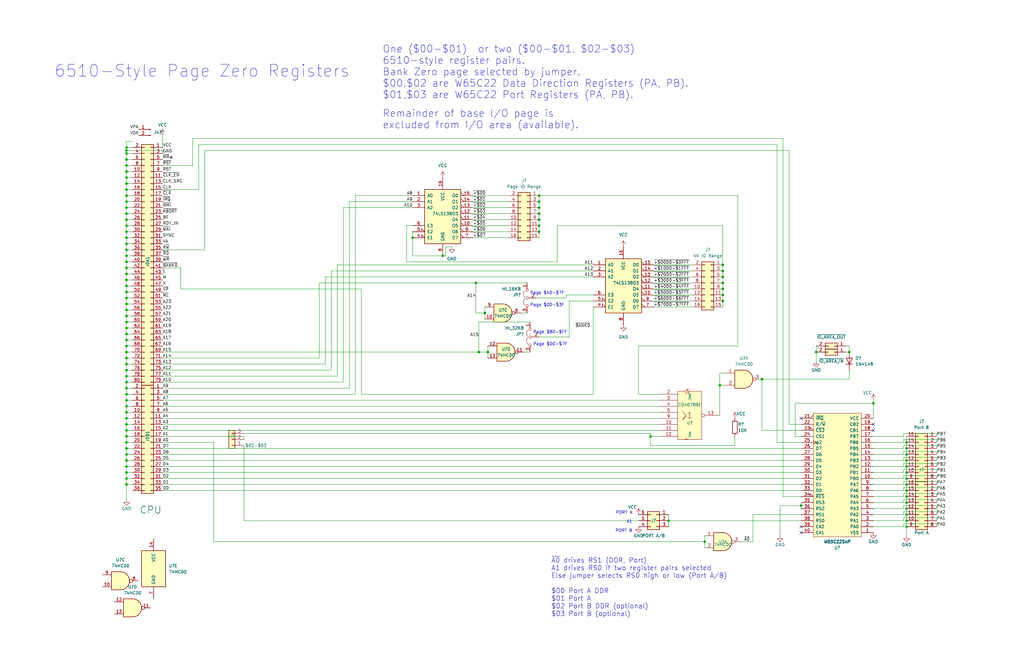
<source format=kicad_sch>
(kicad_sch (version 20230121) (generator eeschema)
  (paper "B")
  (junction (at 53.34 97.79))
  (junction (at 53.34 110.49))
  (junction (at 382.27 209.55))
  (junction (at 382.27 214.63))
  (junction (at 382.27 194.31))
  (junction (at 382.27 199.39))
  (junction (at 321.31 160.02))
  (junction (at 382.27 207.01))
  (junction (at 53.34 151.13))
  (junction (at 53.34 62.23))
  (junction (at 53.34 80.01))
  (junction (at 53.34 196.85))
  (junction (at 382.27 204.47))
  (junction (at 227.33 95.25))
  (junction (at 297.18 228.6))
  (junction (at 304.8 124.46))
  (junction (at 53.34 189.23))
  (junction (at 53.34 64.77))
  (junction (at 53.34 173.99))
  (junction (at 53.34 158.75))
  (junction (at 227.33 92.71))
  (junction (at 53.34 130.81))
  (junction (at 53.34 186.69))
  (junction (at 53.34 123.19))
  (junction (at 227.33 90.17))
  (junction (at 368.3 170.18))
  (junction (at 344.17 148.59))
  (junction (at 281.94 219.71))
  (junction (at 382.27 186.69))
  (junction (at 53.34 82.55))
  (junction (at 53.34 143.51))
  (junction (at 200.66 119.38))
  (junction (at 53.34 105.41))
  (junction (at 337.82 213.36))
  (junction (at 53.34 133.35))
  (junction (at 53.34 138.43))
  (junction (at 53.34 90.17))
  (junction (at 53.34 163.83))
  (junction (at 205.74 148.59))
  (junction (at 53.34 161.29))
  (junction (at 382.27 201.93))
  (junction (at 53.34 120.65))
  (junction (at 53.34 67.31))
  (junction (at 53.34 153.67))
  (junction (at 53.34 191.77))
  (junction (at 382.27 222.25))
  (junction (at 227.33 97.79))
  (junction (at 53.34 74.93))
  (junction (at 53.34 95.25))
  (junction (at 53.34 69.85))
  (junction (at 53.34 77.47))
  (junction (at 53.34 102.87))
  (junction (at 53.34 87.63))
  (junction (at 53.34 85.09))
  (junction (at 201.93 148.59))
  (junction (at 53.34 204.47))
  (junction (at 186.69 107.95))
  (junction (at 53.34 113.03))
  (junction (at 53.34 199.39))
  (junction (at 53.34 201.93))
  (junction (at 53.34 63.5))
  (junction (at 53.34 146.05))
  (junction (at 53.34 156.21))
  (junction (at 227.33 82.55))
  (junction (at 227.33 87.63))
  (junction (at 53.34 125.73))
  (junction (at 53.34 148.59))
  (junction (at 274.32 184.15))
  (junction (at 53.34 135.89))
  (junction (at 53.34 176.53))
  (junction (at 304.8 121.92))
  (junction (at 53.34 166.37))
  (junction (at 304.8 127))
  (junction (at 53.34 168.91))
  (junction (at 53.34 72.39))
  (junction (at 304.8 116.84))
  (junction (at 53.34 115.57))
  (junction (at 53.34 100.33))
  (junction (at 53.34 181.61))
  (junction (at 303.53 162.56))
  (junction (at 382.27 212.09))
  (junction (at 358.14 148.59))
  (junction (at 53.34 184.15))
  (junction (at 53.34 118.11))
  (junction (at 204.47 132.08))
  (junction (at 53.34 92.71))
  (junction (at 53.34 171.45))
  (junction (at 53.34 179.07))
  (junction (at 382.27 219.71))
  (junction (at 173.99 100.33))
  (junction (at 53.34 140.97))
  (junction (at 53.34 194.31))
  (junction (at 382.27 189.23))
  (junction (at 304.8 119.38))
  (junction (at 382.27 191.77))
  (junction (at 304.8 111.76))
  (junction (at 304.8 114.3))
  (junction (at 382.27 217.17))
  (junction (at 227.33 85.09))
  (junction (at 53.34 107.95))
  (junction (at 382.27 196.85))
  (junction (at 53.34 128.27))
  (no_connect (at 368.3 181.61))
  (no_connect (at 337.82 224.79))
  (no_connect (at 337.82 176.53))
  (no_connect (at 368.3 179.07))
  (no_connect (at 337.82 222.25))
  (wire (pts (xy 219.71 132.08) (xy 222.25 132.08)))
  (wire (pts (xy 68.58 153.67) (xy 137.16 153.67)))
  (wire (pts (xy 139.7 114.3) (xy 139.7 156.21)))
  (wire (pts (xy 53.34 201.93) (xy 53.34 204.47)))
  (wire (pts (xy 381 204.47) (xy 381 203.2)))
  (wire (pts (xy 53.34 95.25) (xy 53.34 97.79)))
  (wire (pts (xy 227.33 142.24) (xy 240.03 142.24)))
  (wire (pts (xy 53.34 77.47) (xy 55.88 77.47)))
  (wire (pts (xy 53.34 63.5) (xy 53.34 64.77)))
  (wire (pts (xy 68.58 168.91) (xy 278.13 168.91)))
  (wire (pts (xy 381 195.58) (xy 394.97 195.58)))
  (wire (pts (xy 53.34 92.71) (xy 53.34 95.25)))
  (wire (pts (xy 381 213.36) (xy 394.97 213.36)))
  (wire (pts (xy 381 201.93) (xy 381 200.66)))
  (wire (pts (xy 381 186.69) (xy 381 185.42)))
  (wire (pts (xy 53.34 62.23) (xy 55.88 62.23)))
  (wire (pts (xy 304.8 121.92) (xy 304.8 124.46)))
  (wire (pts (xy 53.34 110.49) (xy 53.34 113.03)))
  (wire (pts (xy 381 207.01) (xy 381 205.74)))
  (wire (pts (xy 53.34 210.82) (xy 53.34 204.47)))
  (wire (pts (xy 238.76 124.46) (xy 250.19 124.46)))
  (wire (pts (xy 53.34 133.35) (xy 55.88 133.35)))
  (wire (pts (xy 292.1 121.92) (xy 275.59 121.92)))
  (wire (pts (xy 381 191.77) (xy 381 190.5)))
  (wire (pts (xy 368.3 222.25) (xy 381 222.25)))
  (wire (pts (xy 53.34 173.99) (xy 55.88 173.99)))
  (wire (pts (xy 53.34 72.39) (xy 53.34 74.93)))
  (wire (pts (xy 214.63 85.09) (xy 199.39 85.09)))
  (wire (pts (xy 200.66 119.38) (xy 200.66 132.08)))
  (wire (pts (xy 68.58 191.77) (xy 337.82 191.77)))
  (wire (pts (xy 53.34 194.31) (xy 55.88 194.31)))
  (wire (pts (xy 328.93 213.36) (xy 337.82 213.36)))
  (wire (pts (xy 303.53 162.56) (xy 303.53 175.26)))
  (wire (pts (xy 53.34 115.57) (xy 53.34 118.11)))
  (wire (pts (xy 292.1 127) (xy 275.59 127)))
  (wire (pts (xy 394.97 215.9) (xy 394.97 217.17)))
  (wire (pts (xy 381 219.71) (xy 381 218.44)))
  (wire (pts (xy 76.2 121.92) (xy 76.2 113.03)))
  (wire (pts (xy 394.97 208.28) (xy 394.97 209.55)))
  (wire (pts (xy 53.34 133.35) (xy 53.34 135.89)))
  (wire (pts (xy 53.34 113.03) (xy 55.88 113.03)))
  (wire (pts (xy 53.34 179.07) (xy 55.88 179.07)))
  (wire (pts (xy 53.34 204.47) (xy 55.88 204.47)))
  (wire (pts (xy 381 222.25) (xy 381 220.98)))
  (wire (pts (xy 306.07 162.56) (xy 303.53 162.56)))
  (wire (pts (xy 68.58 207.01) (xy 337.82 207.01)))
  (wire (pts (xy 311.15 82.55) (xy 311.15 146.05)))
  (wire (pts (xy 381 196.85) (xy 381 195.58)))
  (wire (pts (xy 394.97 195.58) (xy 394.97 196.85)))
  (wire (pts (xy 139.7 114.3) (xy 250.19 114.3)))
  (wire (pts (xy 205.74 148.59) (xy 205.74 151.13)))
  (wire (pts (xy 381 200.66) (xy 394.97 200.66)))
  (wire (pts (xy 53.34 201.93) (xy 55.88 201.93)))
  (wire (pts (xy 139.7 156.21) (xy 68.58 156.21)))
  (wire (pts (xy 68.58 194.31) (xy 337.82 194.31)))
  (wire (pts (xy 102.87 182.88) (xy 274.32 182.88)))
  (wire (pts (xy 53.34 110.49) (xy 55.88 110.49)))
  (wire (pts (xy 200.66 119.38) (xy 134.62 119.38)))
  (wire (pts (xy 186.69 107.95) (xy 173.99 107.95)))
  (wire (pts (xy 394.97 218.44) (xy 394.97 219.71)))
  (wire (pts (xy 234.95 95.25) (xy 234.95 110.49)))
  (wire (pts (xy 227.33 90.17) (xy 227.33 92.71)))
  (wire (pts (xy 53.34 95.25) (xy 55.88 95.25)))
  (wire (pts (xy 381 189.23) (xy 381 187.96)))
  (wire (pts (xy 90.17 186.69) (xy 90.17 228.6)))
  (wire (pts (xy 53.34 92.71) (xy 55.88 92.71)))
  (wire (pts (xy 327.66 60.96) (xy 327.66 186.69)))
  (wire (pts (xy 274.32 184.15) (xy 278.13 184.15)))
  (wire (pts (xy 53.34 87.63) (xy 53.34 90.17)))
  (wire (pts (xy 381 198.12) (xy 394.97 198.12)))
  (wire (pts (xy 368.3 168.91) (xy 368.3 170.18)))
  (wire (pts (xy 330.2 58.42) (xy 330.2 209.55)))
  (wire (pts (xy 144.78 87.63) (xy 144.78 161.29)))
  (wire (pts (xy 381 182.88) (xy 394.97 182.88)))
  (wire (pts (xy 368.3 217.17) (xy 381 217.17)))
  (wire (pts (xy 381 193.04) (xy 394.97 193.04)))
  (wire (pts (xy 53.34 130.81) (xy 55.88 130.81)))
  (wire (pts (xy 53.34 85.09) (xy 55.88 85.09)))
  (wire (pts (xy 53.34 120.65) (xy 53.34 123.19)))
  (wire (pts (xy 368.3 189.23) (xy 381 189.23)))
  (wire (pts (xy 368.3 209.55) (xy 381 209.55)))
  (wire (pts (xy 68.58 179.07) (xy 278.13 179.07)))
  (wire (pts (xy 382.27 222.25) (xy 382.27 226.06)))
  (wire (pts (xy 227.33 97.79) (xy 227.33 100.33)))
  (wire (pts (xy 394.97 187.96) (xy 394.97 189.23)))
  (wire (pts (xy 382.27 191.77) (xy 382.27 194.31)))
  (wire (pts (xy 144.78 161.29) (xy 68.58 161.29)))
  (wire (pts (xy 382.27 204.47) (xy 382.27 207.01)))
  (wire (pts (xy 394.97 213.36) (xy 394.97 214.63)))
  (wire (pts (xy 201.93 148.59) (xy 205.74 148.59)))
  (wire (pts (xy 68.58 186.69) (xy 90.17 186.69)))
  (wire (pts (xy 368.3 191.77) (xy 381 191.77)))
  (wire (pts (xy 149.86 82.55) (xy 149.86 166.37)))
  (wire (pts (xy 368.3 204.47) (xy 381 204.47)))
  (wire (pts (xy 394.97 210.82) (xy 394.97 212.09)))
  (wire (pts (xy 53.34 181.61) (xy 53.34 184.15)))
  (wire (pts (xy 53.34 166.37) (xy 55.88 166.37)))
  (wire (pts (xy 337.82 213.36) (xy 337.82 214.63)))
  (wire (pts (xy 281.94 219.71) (xy 281.94 222.25)))
  (wire (pts (xy 368.3 199.39) (xy 381 199.39)))
  (wire (pts (xy 321.31 160.02) (xy 358.14 160.02)))
  (wire (pts (xy 292.1 111.76) (xy 275.59 111.76)))
  (wire (pts (xy 53.34 67.31) (xy 53.34 69.85)))
  (wire (pts (xy 309.88 187.96) (xy 274.32 187.96)))
  (wire (pts (xy 337.82 184.15) (xy 335.28 184.15)))
  (wire (pts (xy 53.34 173.99) (xy 53.34 176.53)))
  (wire (pts (xy 137.16 116.84) (xy 250.19 116.84)))
  (wire (pts (xy 53.34 135.89) (xy 53.34 138.43)))
  (wire (pts (xy 382.27 212.09) (xy 382.27 214.63)))
  (wire (pts (xy 321.31 160.02) (xy 321.31 181.61)))
  (wire (pts (xy 204.47 132.08) (xy 204.47 129.54)))
  (wire (pts (xy 53.34 189.23) (xy 55.88 189.23)))
  (wire (pts (xy 201.93 135.89) (xy 201.93 148.59)))
  (wire (pts (xy 81.28 58.42) (xy 330.2 58.42)))
  (wire (pts (xy 381 217.17) (xy 381 215.9)))
  (wire (pts (xy 358.14 148.59) (xy 358.14 146.05)))
  (wire (pts (xy 86.36 63.5) (xy 86.36 105.41)))
  (wire (pts (xy 214.63 82.55) (xy 199.39 82.55)))
  (wire (pts (xy 53.34 102.87) (xy 55.88 102.87)))
  (wire (pts (xy 274.32 182.88) (xy 274.32 184.15)))
  (wire (pts (xy 381 203.2) (xy 394.97 203.2)))
  (wire (pts (xy 53.34 171.45) (xy 55.88 171.45)))
  (wire (pts (xy 292.1 124.46) (xy 275.59 124.46)))
  (wire (pts (xy 358.14 146.05) (xy 356.87 146.05)))
  (wire (pts (xy 220.98 148.59) (xy 223.52 148.59)))
  (wire (pts (xy 53.34 161.29) (xy 53.34 163.83)))
  (wire (pts (xy 53.34 140.97) (xy 55.88 140.97)))
  (wire (pts (xy 381 208.28) (xy 394.97 208.28)))
  (wire (pts (xy 269.24 166.37) (xy 278.13 166.37)))
  (wire (pts (xy 53.34 166.37) (xy 53.34 168.91)))
  (wire (pts (xy 53.34 135.89) (xy 55.88 135.89)))
  (wire (pts (xy 304.8 127) (xy 304.8 129.54)))
  (wire (pts (xy 53.34 64.77) (xy 55.88 64.77)))
  (wire (pts (xy 321.31 181.61) (xy 337.82 181.61)))
  (wire (pts (xy 53.34 161.29) (xy 55.88 161.29)))
  (wire (pts (xy 381 187.96) (xy 394.97 187.96)))
  (wire (pts (xy 102.87 187.96) (xy 102.87 219.71)))
  (wire (pts (xy 68.58 189.23) (xy 337.82 189.23)))
  (wire (pts (xy 250.19 129.54) (xy 250.19 166.37)))
  (wire (pts (xy 53.34 80.01) (xy 53.34 82.55)))
  (wire (pts (xy 317.5 228.6) (xy 317.5 217.17)))
  (wire (pts (xy 297.18 228.6) (xy 297.18 231.14)))
  (wire (pts (xy 190.5 104.14) (xy 187.96 104.14)))
  (wire (pts (xy 53.34 138.43) (xy 53.34 140.97)))
  (wire (pts (xy 335.28 184.15) (xy 335.28 170.18)))
  (wire (pts (xy 53.34 199.39) (xy 55.88 199.39)))
  (wire (pts (xy 227.33 87.63) (xy 227.33 90.17)))
  (wire (pts (xy 134.62 151.13) (xy 68.58 151.13)))
  (wire (pts (xy 382.27 207.01) (xy 382.27 209.55)))
  (wire (pts (xy 328.93 226.06) (xy 328.93 213.36)))
  (wire (pts (xy 53.34 87.63) (xy 55.88 87.63)))
  (wire (pts (xy 53.34 148.59) (xy 55.88 148.59)))
  (wire (pts (xy 53.34 184.15) (xy 55.88 184.15)))
  (wire (pts (xy 394.97 190.5) (xy 394.97 191.77)))
  (wire (pts (xy 53.34 143.51) (xy 55.88 143.51)))
  (wire (pts (xy 200.66 119.38) (xy 222.25 119.38)))
  (wire (pts (xy 332.74 63.5) (xy 86.36 63.5)))
  (wire (pts (xy 53.34 97.79) (xy 55.88 97.79)))
  (wire (pts (xy 250.19 166.37) (xy 152.4 166.37)))
  (wire (pts (xy 53.34 80.01) (xy 55.88 80.01)))
  (wire (pts (xy 53.34 191.77) (xy 53.34 194.31)))
  (wire (pts (xy 382.27 196.85) (xy 382.27 199.39)))
  (wire (pts (xy 53.34 163.83) (xy 55.88 163.83)))
  (wire (pts (xy 227.33 85.09) (xy 227.33 87.63)))
  (wire (pts (xy 53.34 189.23) (xy 53.34 191.77)))
  (wire (pts (xy 53.34 100.33) (xy 53.34 102.87)))
  (wire (pts (xy 53.34 82.55) (xy 55.88 82.55)))
  (wire (pts (xy 382.27 186.69) (xy 382.27 189.23)))
  (wire (pts (xy 68.58 64.77) (xy 68.58 63.5)))
  (wire (pts (xy 394.97 198.12) (xy 394.97 199.39)))
  (wire (pts (xy 304.8 116.84) (xy 304.8 119.38)))
  (wire (pts (xy 394.97 193.04) (xy 394.97 194.31)))
  (wire (pts (xy 171.45 95.25) (xy 173.99 95.25)))
  (wire (pts (xy 292.1 116.84) (xy 275.59 116.84)))
  (wire (pts (xy 381 214.63) (xy 381 213.36)))
  (wire (pts (xy 53.34 153.67) (xy 53.34 156.21)))
  (wire (pts (xy 381 199.39) (xy 381 198.12)))
  (wire (pts (xy 292.1 119.38) (xy 275.59 119.38)))
  (wire (pts (xy 330.2 209.55) (xy 337.82 209.55)))
  (wire (pts (xy 53.34 143.51) (xy 53.34 146.05)))
  (wire (pts (xy 292.1 114.3) (xy 275.59 114.3)))
  (wire (pts (xy 53.34 77.47) (xy 53.34 80.01)))
  (wire (pts (xy 382.27 217.17) (xy 382.27 219.71)))
  (wire (pts (xy 382.27 214.63) (xy 382.27 217.17)))
  (wire (pts (xy 53.34 85.09) (xy 53.34 87.63)))
  (wire (pts (xy 53.34 74.93) (xy 53.34 77.47)))
  (wire (pts (xy 368.3 196.85) (xy 381 196.85)))
  (wire (pts (xy 394.97 205.74) (xy 394.97 207.01)))
  (wire (pts (xy 358.14 160.02) (xy 358.14 156.21)))
  (wire (pts (xy 53.34 59.69) (xy 55.88 59.69)))
  (wire (pts (xy 381 184.15) (xy 381 182.88)))
  (wire (pts (xy 303.53 157.48) (xy 306.07 157.48)))
  (wire (pts (xy 53.34 125.73) (xy 53.34 128.27)))
  (wire (pts (xy 55.88 74.93) (xy 53.34 74.93)))
  (wire (pts (xy 53.34 64.77) (xy 53.34 67.31)))
  (wire (pts (xy 234.95 110.49) (xy 171.45 110.49)))
  (wire (pts (xy 53.34 156.21) (xy 53.34 158.75)))
  (wire (pts (xy 227.33 95.25) (xy 227.33 97.79)))
  (wire (pts (xy 81.28 58.42) (xy 81.28 69.85)))
  (wire (pts (xy 201.93 135.89) (xy 223.52 135.89)))
  (wire (pts (xy 187.96 104.14) (xy 187.96 107.95)))
  (wire (pts (xy 68.58 196.85) (xy 337.82 196.85)))
  (wire (pts (xy 358.14 148.59) (xy 356.87 148.59)))
  (wire (pts (xy 53.34 179.07) (xy 53.34 181.61)))
  (wire (pts (xy 83.82 60.96) (xy 83.82 80.01)))
  (wire (pts (xy 53.34 130.81) (xy 53.34 133.35)))
  (wire (pts (xy 53.34 158.75) (xy 53.34 161.29)))
  (wire (pts (xy 368.3 186.69) (xy 381 186.69)))
  (wire (pts (xy 381 218.44) (xy 394.97 218.44)))
  (wire (pts (xy 90.17 228.6) (xy 297.18 228.6)))
  (wire (pts (xy 53.34 146.05) (xy 55.88 146.05)))
  (wire (pts (xy 53.34 148.59) (xy 53.34 151.13)))
  (wire (pts (xy 368.3 219.71) (xy 381 219.71)))
  (wire (pts (xy 53.34 67.31) (xy 55.88 67.31)))
  (wire (pts (xy 368.3 214.63) (xy 381 214.63)))
  (wire (pts (xy 142.24 111.76) (xy 250.19 111.76)))
  (wire (pts (xy 240.03 142.24) (xy 240.03 127)))
  (wire (pts (xy 53.34 115.57) (xy 55.88 115.57)))
  (wire (pts (xy 337.82 212.09) (xy 337.82 213.36)))
  (wire (pts (xy 76.2 113.03) (xy 68.58 113.03)))
  (wire (pts (xy 53.34 151.13) (xy 55.88 151.13)))
  (wire (pts (xy 381 220.98) (xy 394.97 220.98)))
  (wire (pts (xy 53.34 102.87) (xy 53.34 105.41)))
  (wire (pts (xy 368.3 207.01) (xy 381 207.01)))
  (wire (pts (xy 344.17 148.59) (xy 344.17 146.05)))
  (wire (pts (xy 147.32 85.09) (xy 173.99 85.09)))
  (wire (pts (xy 382.27 199.39) (xy 382.27 201.93)))
  (wire (pts (xy 53.34 59.69) (xy 53.34 62.23)))
  (wire (pts (xy 171.45 110.49) (xy 171.45 95.25)))
  (wire (pts (xy 381 209.55) (xy 381 208.28)))
  (wire (pts (xy 102.87 185.42) (xy 102.87 184.15)))
  (wire (pts (xy 382.27 209.55) (xy 382.27 212.09)))
  (wire (pts (xy 137.16 116.84) (xy 137.16 153.67)))
  (wire (pts (xy 332.74 63.5) (xy 332.74 179.07)))
  (wire (pts (xy 281.94 219.71) (xy 337.82 219.71)))
  (wire (pts (xy 53.34 196.85) (xy 55.88 196.85)))
  (wire (pts (xy 269.24 146.05) (xy 269.24 166.37)))
  (wire (pts (xy 381 185.42) (xy 394.97 185.42)))
  (wire (pts (xy 304.8 111.76) (xy 304.8 114.3)))
  (wire (pts (xy 147.32 85.09) (xy 147.32 163.83)))
  (wire (pts (xy 332.74 179.07) (xy 337.82 179.07)))
  (wire (pts (xy 53.34 138.43) (xy 55.88 138.43)))
  (wire (pts (xy 68.58 201.93) (xy 337.82 201.93)))
  (wire (pts (xy 53.34 97.79) (xy 53.34 100.33)))
  (wire (pts (xy 53.34 153.67) (xy 55.88 153.67)))
  (wire (pts (xy 240.03 127) (xy 250.19 127)))
  (wire (pts (xy 205.74 148.59) (xy 205.74 146.05)))
  (wire (pts (xy 327.66 186.69) (xy 337.82 186.69)))
  (wire (pts (xy 53.34 113.03) (xy 53.34 115.57)))
  (wire (pts (xy 381 205.74) (xy 394.97 205.74)))
  (wire (pts (xy 204.47 132.08) (xy 204.47 134.62)))
  (wire (pts (xy 53.34 194.31) (xy 53.34 196.85)))
  (wire (pts (xy 214.63 95.25) (xy 199.39 95.25)))
  (wire (pts (xy 297.18 226.06) (xy 297.18 228.6)))
  (wire (pts (xy 53.34 128.27) (xy 53.34 130.81)))
  (wire (pts (xy 227.33 82.55) (xy 311.15 82.55)))
  (wire (pts (xy 53.34 120.65) (xy 55.88 120.65)))
  (wire (pts (xy 227.33 92.71) (xy 227.33 95.25)))
  (wire (pts (xy 335.28 170.18) (xy 368.3 170.18)))
  (wire (pts (xy 234.95 95.25) (xy 304.8 95.25)))
  (wire (pts (xy 304.8 124.46) (xy 304.8 127)))
  (wire (pts (xy 381 215.9) (xy 394.97 215.9)))
  (wire (pts (xy 200.66 132.08) (xy 204.47 132.08)))
  (wire (pts (xy 68.58 176.53) (xy 278.13 176.53)))
  (wire (pts (xy 317.5 228.6) (xy 312.42 228.6)))
  (wire (pts (xy 173.99 97.79) (xy 173.99 100.33)))
  (wire (pts (xy 53.34 186.69) (xy 55.88 186.69)))
  (wire (pts (xy 53.34 90.17) (xy 53.34 92.71)))
  (wire (pts (xy 53.34 191.77) (xy 55.88 191.77)))
  (wire (pts (xy 317.5 217.17) (xy 337.82 217.17)))
  (wire (pts (xy 142.24 111.76) (xy 142.24 158.75)))
  (wire (pts (xy 304.8 114.3) (xy 304.8 116.84)))
  (wire (pts (xy 368.3 212.09) (xy 381 212.09)))
  (wire (pts (xy 102.87 219.71) (xy 269.24 219.71)))
  (wire (pts (xy 53.34 123.19) (xy 55.88 123.19)))
  (wire (pts (xy 53.34 69.85) (xy 53.34 72.39)))
  (wire (pts (xy 214.63 100.33) (xy 199.39 100.33)))
  (wire (pts (xy 68.58 148.59) (xy 201.93 148.59)))
  (wire (pts (xy 382.27 201.93) (xy 382.27 204.47)))
  (wire (pts (xy 53.34 100.33) (xy 55.88 100.33)))
  (wire (pts (xy 83.82 80.01) (xy 68.58 80.01)))
  (wire (pts (xy 53.34 176.53) (xy 53.34 179.07)))
  (wire (pts (xy 53.34 181.61) (xy 55.88 181.61)))
  (wire (pts (xy 368.3 201.93) (xy 381 201.93)))
  (wire (pts (xy 149.86 166.37) (xy 68.58 166.37)))
  (wire (pts (xy 394.97 185.42) (xy 394.97 186.69)))
  (wire (pts (xy 173.99 107.95) (xy 173.99 100.33)))
  (wire (pts (xy 68.58 181.61) (xy 278.13 181.61)))
  (wire (pts (xy 68.58 184.15) (xy 102.87 184.15)))
  (wire (pts (xy 311.15 146.05) (xy 269.24 146.05)))
  (wire (pts (xy 152.4 121.92) (xy 76.2 121.92)))
  (wire (pts (xy 186.69 107.95) (xy 187.96 107.95)))
  (wire (pts (xy 142.24 158.75) (xy 68.58 158.75)))
  (wire (pts (xy 214.63 90.17) (xy 199.39 90.17)))
  (wire (pts (xy 144.78 87.63) (xy 173.99 87.63)))
  (wire (pts (xy 53.34 82.55) (xy 53.34 85.09)))
  (wire (pts (xy 53.34 199.39) (xy 53.34 201.93)))
  (wire (pts (xy 368.3 194.31) (xy 381 194.31)))
  (wire (pts (xy 394.97 203.2) (xy 394.97 204.47)))
  (wire (pts (xy 394.97 220.98) (xy 394.97 222.25)))
  (wire (pts (xy 53.34 125.73) (xy 55.88 125.73)))
  (wire (pts (xy 173.99 82.55) (xy 149.86 82.55)))
  (wire (pts (xy 68.58 199.39) (xy 337.82 199.39)))
  (wire (pts (xy 303.53 157.48) (xy 303.53 162.56)))
  (wire (pts (xy 53.34 62.23) (xy 53.34 63.5)))
  (wire (pts (xy 53.34 176.53) (xy 55.88 176.53)))
  (wire (pts (xy 214.63 87.63) (xy 199.39 87.63)))
  (wire (pts (xy 53.34 158.75) (xy 55.88 158.75)))
  (wire (pts (xy 53.34 72.39) (xy 55.88 72.39)))
  (wire (pts (xy 53.34 107.95) (xy 53.34 110.49)))
  (wire (pts (xy 227.33 82.55) (xy 227.33 85.09)))
  (wire (pts (xy 152.4 166.37) (xy 152.4 121.92)))
  (wire (pts (xy 53.34 118.11) (xy 53.34 120.65)))
  (wire (pts (xy 53.34 140.97) (xy 53.34 143.51)))
  (wire (pts (xy 53.34 171.45) (xy 53.34 173.99)))
  (wire (pts (xy 68.58 171.45) (xy 278.13 171.45)))
  (wire (pts (xy 53.34 156.21) (xy 55.88 156.21)))
  (wire (pts (xy 292.1 129.54) (xy 275.59 129.54)))
  (wire (pts (xy 68.58 57.15) (xy 68.58 62.23)))
  (wire (pts (xy 68.58 173.99) (xy 278.13 173.99)))
  (wire (pts (xy 344.17 152.4) (xy 344.17 148.59)))
  (wire (pts (xy 53.34 184.15) (xy 53.34 186.69)))
  (wire (pts (xy 274.32 184.15) (xy 274.32 187.96)))
  (wire (pts (xy 304.8 95.25) (xy 304.8 111.76)))
  (wire (pts (xy 53.34 123.19) (xy 53.34 125.73)))
  (wire (pts (xy 53.34 168.91) (xy 53.34 171.45)))
  (wire (pts (xy 304.8 119.38) (xy 304.8 121.92)))
  (wire (pts (xy 83.82 60.96) (xy 327.66 60.96)))
  (wire (pts (xy 134.62 119.38) (xy 134.62 151.13)))
  (wire (pts (xy 238.76 125.73) (xy 226.06 125.73)))
  (wire (pts (xy 53.34 118.11) (xy 55.88 118.11)))
  (wire (pts (xy 382.27 219.71) (xy 382.27 222.25)))
  (wire (pts (xy 381 212.09) (xy 381 210.82)))
  (wire (pts (xy 381 190.5) (xy 394.97 190.5)))
  (wire (pts (xy 281.94 217.17) (xy 281.94 219.71)))
  (wire (pts (xy 68.58 204.47) (xy 337.82 204.47)))
  (wire (pts (xy 381 210.82) (xy 394.97 210.82)))
  (wire (pts (xy 53.34 107.95) (xy 55.88 107.95)))
  (wire (pts (xy 214.63 92.71) (xy 199.39 92.71)))
  (wire (pts (xy 53.34 90.17) (xy 55.88 90.17)))
  (wire (pts (xy 382.27 194.31) (xy 382.27 196.85)))
  (wire (pts (xy 214.63 97.79) (xy 199.39 97.79)))
  (wire (pts (xy 382.27 184.15) (xy 382.27 186.69)))
  (wire (pts (xy 53.34 128.27) (xy 55.88 128.27)))
  (wire (pts (xy 53.34 163.83) (xy 53.34 166.37)))
  (wire (pts (xy 53.34 196.85) (xy 53.34 199.39)))
  (wire (pts (xy 53.34 186.69) (xy 53.34 189.23)))
  (wire (pts (xy 53.34 105.41) (xy 55.88 105.41)))
  (wire (pts (xy 368.3 184.15) (xy 381 184.15)))
  (wire (pts (xy 53.34 168.91) (xy 55.88 168.91)))
  (wire (pts (xy 53.34 146.05) (xy 53.34 148.59)))
  (wire (pts (xy 394.97 200.66) (xy 394.97 201.93)))
  (wire (pts (xy 53.34 105.41) (xy 53.34 107.95)))
  (wire (pts (xy 68.58 63.5) (xy 53.34 63.5)))
  (wire (pts (xy 81.28 69.85) (xy 68.58 69.85)))
  (wire (pts (xy 394.97 182.88) (xy 394.97 184.15)))
  (wire (pts (xy 86.36 105.41) (xy 68.58 105.41)))
  (wire (pts (xy 381 194.31) (xy 381 193.04)))
  (wire (pts (xy 147.32 163.83) (xy 68.58 163.83)))
  (wire (pts (xy 53.34 151.13) (xy 53.34 153.67)))
  (wire (pts (xy 53.34 69.85) (xy 55.88 69.85)))
  (wire (pts (xy 382.27 189.23) (xy 382.27 191.77)))
  (wire (pts (xy 368.3 170.18) (xy 368.3 176.53)))
  (wire (pts (xy 238.76 124.46) (xy 238.76 125.73)))
  (wire (pts (xy 309.88 184.15) (xy 309.88 187.96)))
  (text "PORT B" (at 266.7 224.79 0) (effects (font (size 1.27 1.27)) (justify right bottom)))
  (text "Page $00-$7F" (at 224.79 146.05 0) (effects (font (size 1.27 1.27)) (justify left bottom)))
  (text "Remainder of base I/O page is \nexcluded from I/O area (available)." (at 161.29 54.61 0) (effects (font (size 3 3)) (justify left bottom)))
  (text "6510-Style Page Zero Registers" (at 22.86 33.02 0) (effects (font (size 5 5)) (justify left bottom)))
  (text "~{A0} drives RS1 (DDR, Port)\nA1 drives RS0 if two register pairs selected\nElse jumper selects RS0 high or low (Port A/B)\n\n$00 Port A DDR\n$01 Port A\n$02 Port B DDR (optional)\n$03 Port B (optional)" (at 232.41 260.35 0) (effects (font (size 2 2)) (justify left bottom)))
  (text "Page $80-$FF" (at 224.79 140.97 0) (effects (font (size 1.27 1.27)) (justify left bottom)))
  (text "Page $00-$3F" (at 223.52 129.54 0) (effects (font (size 1.27 1.27)) (justify left bottom)))
  (text "A1" (at 266.7 220.98 0) (effects (font (size 1.27 1.27)) (justify right bottom)))
  (text "PORT A" (at 266.7 217.17 0) (effects (font (size 1.27 1.27)) (justify right bottom)))
  (text "One ($00-$01)  or two ($00-$01, $02-$03)\n6510-style register pairs. \nBank Zero page selected by jumper.\n$00,$02 are W65C22 Data Direction Registers (PA, PB).\n$01,$03 are W65C22 Port Registers (PA, PB)." (at 161.29 41.91 0) (effects (font (size 3 3)) (justify left bottom)))
  (text "Page $40-$7F" (at 223.52 124.46 0) (effects (font (size 1.27 1.27)) (justify left bottom)))
  (label "D3" (at 68.58 199.39 0))
  (label "A8" (at 173.99 82.55 180))
  (label "VPA" (at 58.42 54.61 180))
  (label "D6" (at 68.58 191.77 0))
  (label "A7" (at 68.58 168.91 0))
  (label "D5" (at 68.58 194.31 0))
  (label "D1" (at 68.58 204.47 0))
  (label "A14" (at 68.58 151.13 0))
  (label "~{RD}" (at 68.58 107.95 0))
  (label "~{+$2000-$2FFF}" (at 275.59 116.84 0))
  (label "~{CLK}" (at 68.58 82.55 0))
  (label "A8" (at 68.58 166.37 0))
  (label "RST" (at 68.58 72.39 0))
  (label "~{+$06}" (at 199.39 97.79 0))
  (label "A14" (at 200.66 125.73 180))
  (label "A11" (at 250.19 111.76 180))
  (label "BE" (at 68.58 92.71 0))
  (label "D2" (at 68.58 201.93 0))
  (label "PA4" (at 394.97 212.09 0))
  (label "~{+$5000-$5FFF}" (at 275.59 124.46 0))
  (label "VCC" (at 68.58 62.23 0))
  (label "A0" (at 68.58 186.69 0))
  (label "~{CLK_EN}" (at 68.58 74.93 0))
  (label "PB7" (at 394.97 184.15 0))
  (label "PB2" (at 394.97 196.85 0))
  (label "A15" (at 68.58 148.59 0))
  (label "~{+$03}" (at 199.39 90.17 0))
  (label "~{+$3000-$3FFF}" (at 275.59 119.38 0))
  (label "~{+$05}" (at 199.39 95.25 0))
  (label "PB6" (at 394.97 186.69 0))
  (label "A10" (at 68.58 161.29 0))
  (label "~{A0}" (at 313.69 228.6 0))
  (label "PA2" (at 394.97 217.17 0))
  (label "VA" (at 68.58 102.87 0))
  (label "PB4" (at 394.97 191.77 0))
  (label "A10" (at 173.99 87.63 180))
  (label "A20" (at 68.58 135.89 0))
  (label "PA7" (at 394.97 204.47 0))
  (label "CLK" (at 68.58 80.01 0))
  (label "~{+$6000-$6FFF}" (at 275.59 127 0))
  (label "A19" (at 68.58 138.43 0))
  (label "~{MR}⎒" (at 68.58 67.31 0))
  (label "M" (at 68.58 118.11 0))
  (label "A9" (at 68.58 163.83 0))
  (label "~{RST}" (at 68.58 69.85 0))
  (label "PB0" (at 394.97 201.93 0))
  (label "~{+$0000-$0FFF}" (at 275.59 111.76 0))
  (label "X" (at 68.58 120.65 0))
  (label "E" (at 68.58 115.57 0))
  (label "SYNC" (at 68.58 100.33 0))
  (label "~{+$4000-$4FFF}" (at 275.59 121.92 0))
  (label "A5" (at 68.58 173.99 0))
  (label "GND" (at 68.58 64.77 0))
  (label "A18" (at 68.58 140.97 0))
  (label "A12" (at 250.19 114.3 180))
  (label "~{ABORT}" (at 68.58 90.17 0))
  (label "~{+$1000-$1FFF}" (at 275.59 114.3 0))
  (label "A2" (at 68.58 181.61 0))
  (label "CLK_SRC" (at 68.58 77.47 0))
  (label "~{+$00}" (at 199.39 82.55 0))
  (label "A13" (at 68.58 153.67 0))
  (label "A16" (at 68.58 146.05 0))
  (label "A22" (at 68.58 130.81 0))
  (label "~{NMI}" (at 68.58 87.63 0))
  (label "~{+$7000-$7FFF}" (at 275.59 129.54 0))
  (label "PB3" (at 394.97 194.31 0))
  (label "D7" (at 68.58 189.23 0))
  (label "A23" (at 68.58 128.27 0))
  (label "A4" (at 68.58 176.53 0))
  (label "PA1" (at 394.97 219.71 0))
  (label "VDA" (at 58.42 57.15 180))
  (label "PA6" (at 394.97 207.01 0))
  (label "~{WR}" (at 68.58 110.49 0))
  (label "~{+$01}" (at 199.39 85.09 0))
  (label "A13" (at 250.19 116.84 180))
  (label "A11" (at 68.58 158.75 0))
  (label "A1" (at 68.58 184.15 0))
  (label "A21" (at 68.58 133.35 0))
  (label "~{BANK0}" (at 68.58 113.03 0))
  (label "A6" (at 68.58 171.45 0))
  (label "~{WAI}" (at 68.58 97.79 0))
  (label "A3" (at 68.58 179.07 0))
  (label "D4" (at 68.58 196.85 0))
  (label "~{+$02}" (at 199.39 87.63 0))
  (label "~{VP}" (at 68.58 123.19 0))
  (label "~{ML}" (at 68.58 125.73 0))
  (label "A9" (at 173.99 85.09 180))
  (label "~{IRQ}" (at 68.58 85.09 0))
  (label "D0" (at 68.58 207.01 0))
  (label "~{+$04}" (at 199.39 92.71 0))
  (label "PA5" (at 394.97 209.55 0))
  (label "PA3" (at 394.97 214.63 0))
  (label "PA0" (at 394.97 222.25 0))
  (label "R~{W}" (at 68.58 105.41 0))
  (label "PB1" (at 394.97 199.39 0))
  (label "~{+$07}" (at 199.39 100.33 0))
  (label "A15" (at 201.93 142.24 180))
  (label "RDY_IN" (at 68.58 95.25 0))
  (label "A12" (at 68.58 156.21 0))
  (label "PB5" (at 394.97 189.23 0))
  (label "A17" (at 68.58 143.51 0))
  (label "~{BANK0}" (at 248.92 138.43 180))
  (symbol (lib_id "Jumper:Jumper_3_Open") (at 222.25 125.73 90) (mirror x) (unit 1)
    (property "Reference" "JP?" (at 219.71 124.4599 90) (effects (justify left)))
    (property "Value" "HI_16KB" (at 219.71 121.9199 90) (effects (justify left)))
  )
  (symbol (lib_id "74xx:74LS138") (at 186.69 90.17 0) (unit 1)
    (property "Reference" "U?" (effects hide))
    (property "Value" "74LS138" (at 186.4612 90.17 0))
    (property "Datasheet" "http://www.ti.com/lit/gpn/sn74LS138" (effects hide))
  )
  (symbol (lib_name "GND_2") (lib_id "power:GND") (at 53.34 210.82 0) (unit 1)
    (property "Reference" "#PWR085" (effects hide))
    (property "Value" "GND" (at 53.34 214.63 0))
  )
  (symbol (lib_name "GND_2") (lib_id "power:GND") (at 328.93 226.06 0) (mirror y) (unit 1)
    (property "Reference" "#PWR?" (effects hide))
    (property "Value" "GND" (at 328.93 229.87 0))
  )
  (symbol (lib_name "VCC_1") (lib_id "power:VCC") (at 186.69 74.93 0) (unit 1)
    (property "Reference" "#PWR?" (effects hide))
    (property "Value" "VCC" (at 186.69 69.85 0))
  )
  (symbol (lib_id "Device:R") (at 309.88 180.34 0) (unit 1)
    (property "Reference" "R?" (at 311.15 179.0699 0) (effects (justify left)))
    (property "Value" "10K" (at 311.15 181.6099 0) (effects (justify left)))
  )
  (symbol (lib_id "74xx:74HC00") (at 55.88 256.54 0) (unit 4)
    (property "Reference" "U?" (at 55.88 247.65 0))
    (property "Value" "74HC00" (at 55.88 250.19 0))
    (property "Datasheet" "http://www.ti.com/lit/gpn/sn74hc00" (effects hide))
  )
  (symbol (lib_name "VCC_1") (lib_id "power:VCC") (at 368.3 168.91 0) (unit 1)
    (property "Reference" "#PWR?" (effects hide))
    (property "Value" "VCC" (at 365.76 165.735 0))
  )
  (symbol (lib_id "Connector_Generic:Conn_02x01") (at 351.79 148.59 0) (mirror y) (unit 1)
    (property "Reference" "J?" (effects hide))
    (property "Value" "~{IO_AREA_IN}" (at 350.52 152.4 0))
  )
  (symbol (lib_id "74xx:74LS138") (at 262.89 119.38 0) (unit 1)
    (property "Reference" "U?" (effects hide))
    (property "Value" "74LS138" (at 262.6612 119.38 0))
    (property "Datasheet" "http://www.ti.com/lit/gpn/sn74LS138" (effects hide))
  )
  (symbol (lib_id "Connector_Generic:Conn_02x08_Odd_Even") (at 222.25 90.17 0) (mirror y) (unit 1)
    (property "Reference" "J?" (at 220.98 76.2 0))
    (property "Value" "Page IO Range" (at 220.98 78.74 0))
  )
  (symbol (lib_id "Connector_Generic:Conn_02x08_Counter_Clockwise") (at 389.89 191.77 0) (mirror y) (unit 1)
    (property "Reference" "J?" (at 388.62 177.8 0))
    (property "Value" "Port B" (at 388.62 180.34 0))
  )
  (symbol (lib_id "Jumper:Jumper_3_Open") (at 223.52 142.24 90) (mirror x) (unit 1)
    (property "Reference" "JP?" (at 220.98 140.9699 90) (effects (justify left)))
    (property "Value" "HI_32KB" (at 220.98 138.4299 90) (effects (justify left)))
  )
  (symbol (lib_id "Diode:1N4148") (at 358.14 152.4 270) (mirror x) (unit 1)
    (property "Reference" "D?" (at 360.68 151.1299 90) (effects (justify left)))
    (property "Value" "1N4148" (at 360.68 153.6699 90) (effects (justify left)))
    (property "Footprint" "Diode_THT:D_DO-35_SOD27_P7.62mm_Horizontal" (effects hide))
    (property "Datasheet" "https://assets.nexperia.com/documents/data-sheet/1N4148_1N4448.pdf" (effects hide))
  )
  (symbol (lib_id "Connector_Generic:Conn_02x08_Odd_Even") (at 299.72 119.38 0) (mirror y) (unit 1)
    (property "Reference" "J?" (at 298.45 105.41 0))
    (property "Value" "4K IO Range" (at 298.45 107.95 0))
  )
  (symbol (lib_id "74xx:74HC00") (at 64.77 240.03 0) (unit 5)
    (property "Reference" "U?" (at 71.12 238.7599 0) (effects (justify left)))
    (property "Value" "74HC00" (at 71.12 241.2999 0) (effects (justify left)))
    (property "Datasheet" "http://www.ti.com/lit/gpn/sn74hc00" (effects hide))
  )
  (symbol (lib_id "74xx:74HC00") (at 212.09 132.08 0) (unit 3)
    (property "Reference" "U?" (at 212.09 130.81 0))
    (property "Value" "74HC00" (at 212.09 133.35 0))
    (property "Datasheet" "http://www.ti.com/lit/gpn/sn74hc00" (effects hide))
  )
  (symbol (lib_id "74xx:74HC00") (at 313.69 160.02 0) (unit 1)
    (property "Reference" "U?" (at 313.69 151.13 0))
    (property "Value" "74HC00" (at 313.69 153.67 0))
    (property "Datasheet" "http://www.ti.com/lit/gpn/sn74hc00" (effects hide))
  )
  (symbol (lib_id "74xx:74HC00") (at 304.8 228.6 0) (unit 1)
    (property "Reference" "U?" (at 304.8 228.6 0))
    (property "Value" "74HC00" (at 304.8 229.87 0))
    (property "Datasheet" "http://www.ti.com/lit/gpn/sn74hc00" (effects hide))
  )
  (symbol (lib_id "Connector_Generic:Conn_02x01") (at 351.79 146.05 0) (mirror y) (unit 1)
    (property "Reference" "J44" (effects hide))
    (property "Value" "~{IO_AREA_OUT}" (at 350.52 142.24 0))
  )
  (symbol (lib_name "GND_1") (lib_id "power:GND") (at 190.5 104.14 0) (unit 1)
    (property "Reference" "#PWR?" (effects hide))
    (property "Value" "GND" (at 190.5 109.22 0))
  )
  (symbol (lib_id "Vega816:W65C22SxP") (at 353.06 199.39 180) (unit 1)
    (property "Reference" "U?" (at 353.06 231.14 0))
    (property "Value" "W65C22SxP" (at 353.06 228.6 0) (effects (font bold italic)))
    (property "Footprint" "Package_DIP:DIP-40_W15.24mm_Socket" (effects hide))
    (property "Datasheet" "http://www.westerndesigncenter.com/wdc/documentation/w65c22.pdf" (effects hide))
  )
  (symbol (lib_id "74xx:74HC00") (at 50.8 245.11 0) (unit 3)
    (property "Reference" "U?" (at 50.8 236.22 0))
    (property "Value" "74HC00" (at 50.8 238.76 0))
    (property "Datasheet" "http://www.ti.com/lit/gpn/sn74hc00" (effects hide))
  )
  (symbol (lib_id "74xx:74HC00") (at 213.36 148.59 0) (unit 4)
    (property "Reference" "U?" (at 213.36 147.32 0))
    (property "Value" "74HC00" (at 213.36 149.86 0))
    (property "Datasheet" "http://www.ti.com/lit/gpn/sn74hc00" (effects hide))
  )
  (symbol (lib_id "Vega816:CD4078BE") (at 290.83 175.26 0) (unit 1)
    (property "Reference" "U?" (at 290.83 178.435 0))
    (property "Value" "CD4078BE" (at 290.83 170.815 0))
    (property "Datasheet" "https://www.ti.com/lit/ds/symlink/cd4078b.pdf" (effects hide))
  )
  (symbol (lib_name "GND_2") (lib_id "power:GND") (at 382.27 226.06 0) (mirror y) (unit 1)
    (property "Reference" "#PWR?" (effects hide))
    (property "Value" "GND" (at 382.27 229.87 0))
  )
  (symbol (lib_id "Connector_Generic:Conn_02x03_Counter_Clockwise") (at 276.86 219.71 0) (mirror y) (unit 1)
    (property "Reference" "J?" (at 275.59 219.71 0))
    (property "Value" "PORT A/B" (at 275.59 226.06 0))
  )
  (symbol (lib_id "Connector_Generic:Conn_02x08_Counter_Clockwise") (at 389.89 212.09 0) (mirror y) (unit 1)
    (property "Reference" "J?" (at 388.62 198.12 0))
    (property "Value" "Port A" (at 388.62 224.79 0))
  )
  (symbol (lib_name "VCC_1") (lib_id "power:VCC") (at 262.89 104.14 0) (unit 1)
    (property "Reference" "#PWR?" (effects hide))
    (property "Value" "VCC" (at 262.89 99.06 0))
  )
  (symbol (lib_name "VCC_1") (lib_id "power:VCC") (at 309.88 176.53 0) (unit 1)
    (property "Reference" "#PWR?" (effects hide))
    (property "Value" "VCC" (at 312.42 174.625 0))
  )
  (symbol (lib_name "GND_2") (lib_id "power:GND") (at 368.3 224.79 0) (mirror y) (unit 1)
    (property "Reference" "#PWR?" (effects hide))
    (property "Value" "GND" (at 368.3 228.6 0))
  )
  (symbol (lib_name "VCC_1") (lib_id "power:VCC") (at 269.24 217.17 0) (unit 1)
    (property "Reference" "#PWR?" (effects hide))
    (property "Value" "VCC" (at 266.7 213.995 0))
  )
  (symbol (lib_name "VCC_1") (lib_id "power:VCC") (at 68.58 57.15 0) (mirror y) (unit 1)
    (property "Reference" "#PWR087" (effects hide))
    (property "Value" "VCC" (at 68.58 52.705 0))
  )
  (symbol (lib_id "Connector_Generic:Conn_02x40_Odd_Even") (at 63.5 110.49 0) (mirror y) (unit 1)
    (property "Reference" "J0A1" (at 62.23 110.49 90))
    (property "Value" "Conn_02x40_Odd_Even" (effects hide))
    (property "Footprint" "Connector_PinHeader_2.54mm:PinHeader_2x40_P2.54mm_Vertical" (effects hide))
  )
  (symbol (lib_id "Connector:Conn_01x02_Male") (at 63.5 54.61 0) (mirror y) (unit 1)
    (property "Reference" "J43" (at 64.77 55.88 0) (effects (justify right)))
    (property "Value" "VPA/VDA" (effects hide))
  )
  (symbol (lib_name "GND_2") (lib_id "power:GND") (at 344.17 152.4 0) (unit 1)
    (property "Reference" "#PWR086" (effects hide))
    (property "Value" "GND" (at 344.17 156.21 0))
  )
  (symbol (lib_name "GND_2") (lib_id "power:GND") (at 269.24 222.25 0) (unit 1)
    (property "Reference" "#PWR?" (effects hide))
    (property "Value" "GND" (at 269.24 226.06 0))
  )
  (symbol (lib_id "Connector_Generic:Conn_01x03") (at 97.79 185.42 180) (unit 1)
    (property "Reference" "J?" (at 97.79 184.15 0))
    (property "Value" "$02-$03" (at 107.95 187.96 0))
  )
  (symbol (lib_id "Connector_Generic:Conn_02x18_Odd_Even") (at 63.5 184.15 0) (mirror y) (unit 1)
    (property "Reference" "J0B1" (at 62.23 184.15 90))
    (property "Value" "CPU" (at 63.5508 215.1888 0) (effects (font (size 3 3))))
    (property "Footprint" "Connector_PinHeader_2.54mm:PinHeader_2x18_P2.54mm_Vertical" (effects hide))
  )
  (symbol (lib_name "GND_1") (lib_id "power:GND") (at 262.89 137.16 0) (unit 1)
    (property "Reference" "#PWR?" (effects hide))
    (property "Value" "GND" (at 262.89 142.24 0))
  )
)
</source>
